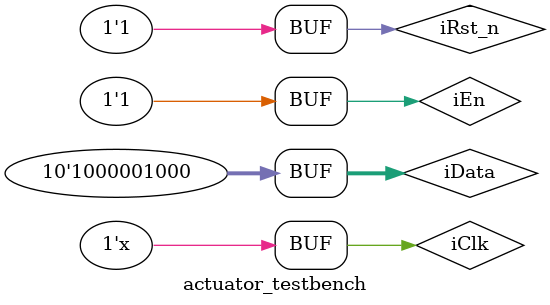
<source format=v>
`timescale 1ps/1ps
module actuator_testbench();

parameter		weight_size = 5;
parameter		demention = 10;

reg iEn;
reg  [demention-1:0] iData;
wire  [demention-1:0] oData;
wire							oComplete;
reg							iRst_n;
reg							iClk;

actuator #(
.weight_size(weight_size),
.demention(demention))u1
(
	.iEn(iEn),
	.iData(iData),
	.oData(oData),
	.iRst_n(iRst_n),
	.iClk(iClk),
	.oComplete(oComplete)
);

initial
begin
	iRst_n = 0;
	iEn = 0;
	iClk = 1;
	#5 iRst_n = 1;
	#10 iData = 10'sb1000001000;
	#5 iEn = 1;
	#5 iEn = 0;
	#50 iEn = 1;
	
end
always #5 iClk = ~iClk;
endmodule
</source>
